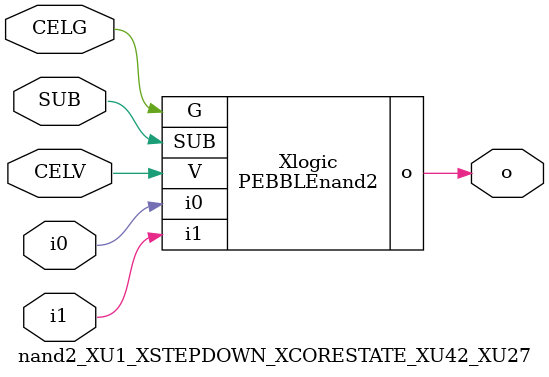
<source format=v>



module PEBBLEnand2 ( o, G, SUB, V, i0, i1 );

  input i0;
  input V;
  input i1;
  input G;
  output o;
  input SUB;
endmodule

//Celera Confidential Do Not Copy nand2_XU1_XSTEPDOWN_XCORESTATE_XU42_XU27
//Celera Confidential Symbol Generator
//5V NAND2
module nand2_XU1_XSTEPDOWN_XCORESTATE_XU42_XU27 (CELV,CELG,i0,i1,o,SUB);
input CELV;
input CELG;
input i0;
input i1;
input SUB;
output o;

//Celera Confidential Do Not Copy nand2
PEBBLEnand2 Xlogic(
.V (CELV),
.i0 (i0),
.i1 (i1),
.o (o),
.SUB (SUB),
.G (CELG)
);
//,diesize,PEBBLEnand2

//Celera Confidential Do Not Copy Module End
//Celera Schematic Generator
endmodule

</source>
